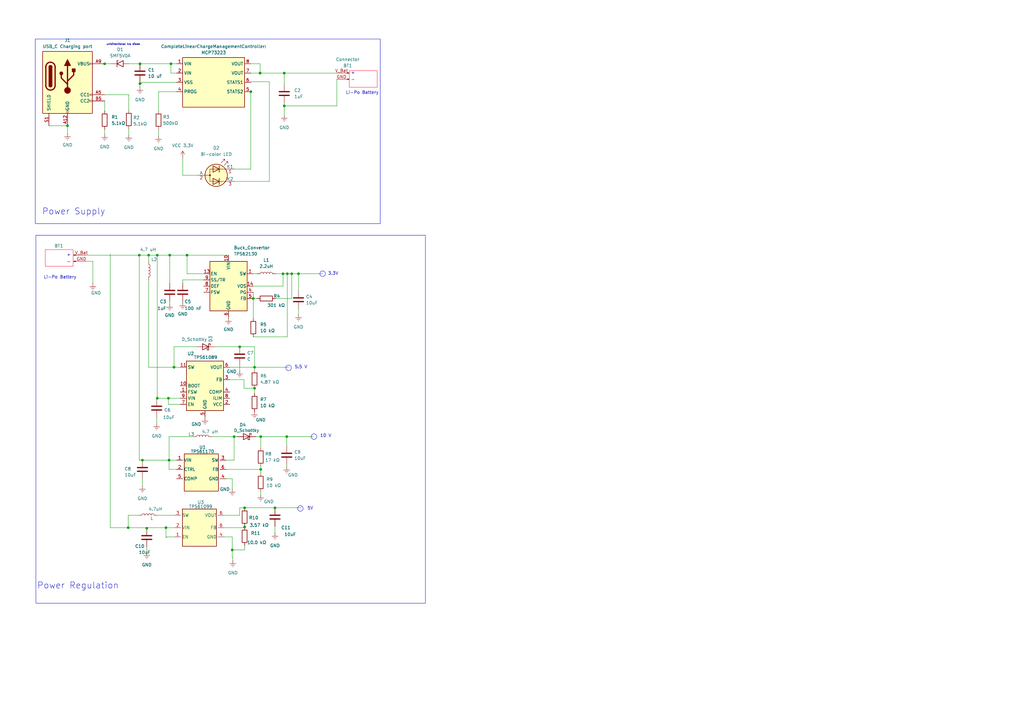
<source format=kicad_sch>
(kicad_sch (version 20250114) (generator "eeschema") (generator_version "9.0")
  (paper "A3")
  (title_block (title "Innovatest ") (date "07.11.2025"))
  (lib_symbols
    (symbol "Battery_Management:LGS5500EP"
      (property "Reference" "CompleteLinearChargeManagementController:" (at 0 14.732 0))
      (property "Value" "MCP73223" (at 0 12.192 0))
      (symbol "LGS5500EP_1_1"
        (rectangle (start -12.7 10.16) (end 12.7 -10.16) (stroke (width 0.254)) (fill (type background)))
        (pin power_in line (at -15.24 7.62 0) (length 2.54) (name "VIN") (number "1"))
        (pin power_in line (at -15.24 3.81 0) (length 2.54) (name "VIN") (number "2"))
        (pin power_in line (at -15.24 0 0) (length 2.54) (name "VSS") (number "3"))
        (pin passive line (at -15.24 -3.81 0) (length 2.54) (name "PROG") (number "4"))
        (pin no_connect line (at -12.7 -2.54 0) (length 2.54) (hide yes) (name "NC") (number "6"))
        (pin power_out line (at 15.24 7.62 180) (length 2.54) (name "VOUT") (number "8"))
        (pin power_out line (at 15.24 3.81 180) (length 2.54) (name "VOUT") (number "7"))
        (pin output line (at 15.24 0 180) (length 2.54) (name "STATS1") (number "6"))
        (pin output line (at 15.24 -3.81 180) (length 2.54) (name "STATS2") (number "5"))
      )
    )
    (symbol "Connector:Conn_01x02_Pin" (pin_names (offset 1.016) (hide yes))
      (property "Reference" "Connector" (at 0.635 5.588 0))
      (property "Value" "BT1" (at 0.635 3.048 0))
      (symbol "Conn_01x02_Pin_1_1"
        (rectangle (start 0.8636 0.127) (end 0 -0.127) (stroke (width 0.1524)) (fill (type outline)))
        (rectangle (start 0.8636 -2.413) (end 0 -2.667) (stroke (width 0.1524)) (fill (type outline)))
        (polyline (pts (xy 1.27 0) (xy 0.8636 0)) (stroke (width 0.1524)))
        (polyline (pts (xy 1.27 -2.54) (xy 0.8636 -2.54)) (stroke (width 0.1524)))
        (pin passive line (at 5.08 0 180) (length 3.81) (name "Pin_1") (number "V_Bat"))
        (pin passive line (at 5.08 -2.54 180) (length 3.81) (name "Pin_2") (number "GND"))
      )
    )
    (symbol "Connector:USB_C_Receptacle_PowerOnly_6P" (pin_names (offset 1.016))
      (property "Reference" "J" (at 0 16.51 0))
      (property "Value" "USB_C_Receptacle_PowerOnly_6P" (at 0 13.97 0))
      (symbol "USB_C_Receptacle_PowerOnly_6P_0_0"
        (rectangle (start -0.254 -12.7) (end 0.254 -11.684))
        (rectangle (start 10.16 7.874) (end 9.144 7.366))
        (rectangle (start 10.16 -4.826) (end 9.144 -5.334))
        (rectangle (start 10.16 -7.366) (end 9.144 -7.874))
      )
      (symbol "USB_C_Receptacle_PowerOnly_6P_0_1"
        (rectangle (start -10.16 12.7) (end 10.16 -12.7) (stroke (width 0.254)) (fill (type background)))
        (polyline (pts (xy -8.89 -1.27) (xy -8.89 6.35)) (stroke (width 0.508)))
        (rectangle (start -7.62 -1.27) (end -6.35 6.35) (stroke (width 0.254)) (fill (type outline)))
        (arc (start -7.62 6.35) (mid -6.985 6.9823) (end -6.35 6.35) (stroke (width 0.254)))
        (arc (start -7.62 6.35) (mid -6.985 6.9823) (end -6.35 6.35) (stroke (width 0.254)) (fill (type outline)))
        (arc (start -8.89 6.35) (mid -6.985 8.2467) (end -5.08 6.35) (stroke (width 0.508)))
        (arc (start -5.08 -1.27) (mid -6.985 -3.1667) (end -8.89 -1.27) (stroke (width 0.508)))
        (arc (start -6.35 -1.27) (mid -6.985 -1.9023) (end -7.62 -1.27) (stroke (width 0.254)))
        (arc (start -6.35 -1.27) (mid -6.985 -1.9023) (end -7.62 -1.27) (stroke (width 0.254)) (fill (type outline)))
        (polyline (pts (xy -5.08 6.35) (xy -5.08 -1.27)) (stroke (width 0.508)))
        (circle (center -2.54 3.683) (radius 0.635) (stroke (width 0.254)) (fill (type outline)))
        (polyline (pts (xy -1.27 6.858) (xy 0 9.398) (xy 1.27 6.858) (xy -1.27 6.858)) (stroke (width 0.254)) (fill (type outline)))
        (polyline (pts (xy 0 0.508) (xy 2.54 3.048) (xy 2.54 4.318)) (stroke (width 0.508)))
        (polyline (pts (xy 0 -0.762) (xy -2.54 1.778) (xy -2.54 3.048)) (stroke (width 0.508)))
        (polyline (pts (xy 0 -3.302) (xy 0 6.858)) (stroke (width 0.508)))
        (circle (center 0 -3.302) (radius 1.27) (fill (type outline)))
        (rectangle (start 1.905 4.318) (end 3.175 5.588) (stroke (width 0.254)) (fill (type outline)))
      )
      (symbol "USB_C_Receptacle_PowerOnly_6P_1_1"
        (pin passive line (at -7.62 -17.78 90) (length 5.08) (name "SHIELD") (number "S1"))
        (pin passive line (at 0 -17.78 90) (length 5.08) (name "GND") (number "A12"))
        (pin passive line (at 0 -17.78 90) (length 5.08) (hide yes) (name "GND") (number "B12"))
        (pin passive line (at 15.24 7.62 180) (length 5.08) (name "VBUS") (number "A9"))
        (pin passive line (at 15.24 7.62 180) (length 5.08) (hide yes) (name "VBUS") (number "B9"))
        (pin bidirectional line (at 15.24 -5.08 180) (length 5.08) (name "CC1") (number "A5"))
        (pin bidirectional line (at 15.24 -7.62 180) (length 5.08) (name "CC2") (number "B5"))
      )
    )
    (symbol "Device:C" (pin_numbers (hide yes)) (pin_names (offset 0.254))
      (property "Reference" "C" (at 0.635 2.54 0))
      (property "Value" "C" (at 0.635 -2.54 0))
      (symbol "C_0_1"
        (polyline (pts (xy -2.032 0.762) (xy 2.032 0.762)) (stroke (width 0.508)))
        (polyline (pts (xy -2.032 -0.762) (xy 2.032 -0.762)) (stroke (width 0.508)))
      )
      (symbol "C_1_1"
        (pin passive line (at 0 3.81 270) (length 2.794) (name "~") (number "1"))
        (pin passive line (at 0 -3.81 90) (length 2.794) (name "~") (number "2"))
      )
    )
    (symbol "Device:D_Schottky" (pin_numbers (hide yes)) (pin_names (offset 1.016) (hide yes))
      (property "Reference" "D" (at 0 2.54 0))
      (property "Value" "D_Schottky" (at 0 -2.54 0))
      (symbol "D_Schottky_0_1"
        (polyline (pts (xy -1.905 0.635) (xy -1.905 1.27) (xy -1.27 1.27) (xy -1.27 -1.27) (xy -0.635 -1.27) (xy -0.635 -0.635)) (stroke (width 0.254)))
        (polyline (pts (xy 1.27 1.27) (xy 1.27 -1.27) (xy -1.27 0) (xy 1.27 1.27)) (stroke (width 0.254)))
        (polyline (pts (xy 1.27 0) (xy -1.27 0)))
      )
      (symbol "D_Schottky_1_1"
        (pin passive line (at -3.81 0 0) (length 2.54) (name "K") (number "1"))
        (pin passive line (at 3.81 0 180) (length 2.54) (name "A") (number "2"))
      )
    )
    (symbol "Device:L" (pin_numbers (hide yes)) (pin_names (offset 1.016) (hide yes))
      (property "Reference" "L" (at -1.27 0 90))
      (property "Value" "L" (at 1.905 0 90))
      (symbol "L_0_1"
        (arc (start 0 2.54) (mid 0.6323 1.905) (end 0 1.27))
        (arc (start 0 1.27) (mid 0.6323 0.635) (end 0 0))
        (arc (start 0 0) (mid 0.6323 -0.635) (end 0 -1.27))
        (arc (start 0 -1.27) (mid 0.6323 -1.905) (end 0 -2.54))
      )
      (symbol "L_1_1"
        (pin passive line (at 0 3.81 270) (length 1.27) (name "1") (number "1"))
        (pin passive line (at 0 -3.81 90) (length 1.27) (name "2") (number "2"))
      )
    )
    (symbol "Device:LED_Dual_KAK" (pin_names (offset 0))
      (property "Reference" "D" (at 0 5.715 0))
      (property "Value" "LED_Dual_KAK" (at 0 -6.35 0))
      (symbol "LED_Dual_KAK_0_1"
        (polyline (pts (xy -4.572 0) (xy -2.54 0)))
        (circle (center -2.54 0) (radius 0.2794) (fill (type outline)))
        (polyline (pts (xy -1.27 3.81) (xy -1.27 1.27) (xy 1.27 2.54) (xy -1.27 3.81)) (stroke (width 0.254)))
        (polyline (pts (xy -1.27 -1.27) (xy -1.27 -3.81) (xy 1.27 -2.54) (xy -1.27 -1.27)) (stroke (width 0.254)))
        (circle (center 0 0) (radius 4.572) (stroke (width 0.254)) (fill (type background)))
        (polyline (pts (xy 1.27 3.81) (xy 1.27 1.27)) (stroke (width 0.254)))
        (polyline (pts (xy 1.27 -1.27) (xy 1.27 -3.81)) (stroke (width 0.254)))
        (polyline (pts (xy 2.032 5.08) (xy 3.556 6.604) (xy 2.794 6.604) (xy 3.556 6.604) (xy 3.556 5.842)))
        (polyline (pts (xy 2.032 2.54) (xy -2.54 2.54) (xy -2.54 -2.54) (xy 2.032 -2.54)))
        (polyline (pts (xy 3.302 4.064) (xy 4.826 5.588) (xy 4.064 5.588) (xy 4.826 5.588) (xy 4.826 4.826)))
        (polyline (pts (xy 3.81 2.54) (xy 1.905 2.54)))
        (polyline (pts (xy 3.81 -2.54) (xy 1.905 -2.54)))
      )
      (symbol "LED_Dual_KAK_1_1"
        (pin input line (at -7.62 0 0) (length 3.048) (name "A") (number "2"))
        (pin input line (at 7.62 2.54 180) (length 3.81) (name "K1") (number "1"))
        (pin input line (at 7.62 -2.54 180) (length 3.81) (name "K2") (number "3"))
      )
    )
    (symbol "Device:R" (pin_numbers (hide yes)) (pin_names (offset 0))
      (property "Reference" "R" (at 2.032 0 90))
      (property "Value" "R" (at 0 0 90))
      (symbol "R_0_1"
        (rectangle (start -1.016 -2.54) (end 1.016 2.54) (stroke (width 0.254)))
      )
      (symbol "R_1_1"
        (pin passive line (at 0 3.81 270) (length 1.27) (name "~") (number "1"))
        (pin passive line (at 0 -3.81 90) (length 1.27) (name "~") (number "2"))
      )
    )
    (symbol "Diode:SMF5V0A" (pin_numbers (hide yes)) (pin_names (offset 1.016) (hide yes))
      (property "Reference" "D" (at 0 2.54 0))
      (property "Value" "SMF5V0A" (at 0 -2.54 0))
      (symbol "SMF5V0A_0_1"
        (polyline (pts (xy -0.762 1.27) (xy -1.27 1.27) (xy -1.27 -1.27)) (stroke (width 0.254)))
        (polyline (pts (xy 1.27 1.27) (xy 1.27 -1.27) (xy -1.27 0) (xy 1.27 1.27)) (stroke (width 0.254)))
      )
      (symbol "SMF5V0A_1_1"
        (pin passive line (at -3.81 0 0) (length 2.54) (name "A1") (number "1"))
        (pin passive line (at 3.81 0 180) (length 2.54) (name "A2") (number "2"))
      )
    )
    (symbol "Driver_LED:TPS61165DBV"
      (property "Reference" "U1" (at 0 12.446 0))
      (property "Value" "TPS61170" (at 0 9.906 0))
      (symbol "TPS61165DBV_1_1"
        (rectangle (start -6.985 7.62) (end 6.985 -7.62) (stroke (width 0.254)) (fill (type background)))
        (pin power_in line (at -10.16 5.08 0) (length 2.54) (name "VIN") (number "1"))
        (pin input line (at -10.16 1.27 0) (length 2.54) (name "CTRL") (number "2"))
        (pin output line (at -10.16 -2.54 0) (length 2.54) (name "COMP") (number "5"))
        (pin power_out line (at 10.16 5.08 180) (length 2.54) (name "SW") (number "3"))
        (pin input line (at 10.16 1.27 180) (length 2.54) (name "FB") (number "6"))
        (pin power_in line (at 10.16 -2.54 180) (length 2.54) (name "GND") (number "4"))
      )
    )
    (symbol "Regulator_Switching:TPS61089"
      (property "Reference" "U" (at -6.35 11.43 0))
      (property "Value" "TPS61089" (at 6.35 11.43 0))
      (symbol "TPS61089_0_1"
        (rectangle (start -7.62 10.16) (end 7.62 -10.16) (stroke (width 0.254)) (fill (type background)))
      )
      (symbol "TPS61089_1_1"
        (pin input line (at -10.16 7.62 0) (length 2.54) (name "SW") (number "11"))
        (pin passive line (at -10.16 0 0) (length 2.54) (name "BOOT") (number "10"))
        (pin passive line (at -10.16 -2.54 0) (length 2.54) (name "FSW") (number "1"))
        (pin power_in line (at -10.16 -5.08 0) (length 2.54) (name "VIN") (number "9"))
        (pin input line (at -10.16 -7.62 0) (length 2.54) (name "EN") (number "7"))
        (pin power_in line (at 0 -12.7 90) (length 2.54) (name "GND") (number "5"))
        (pin power_out line (at 10.16 7.62 180) (length 2.54) (name "VOUT") (number "6"))
        (pin input line (at 10.16 2.54 180) (length 2.54) (name "FB") (number "3"))
        (pin passive line (at 10.16 -2.54 180) (length 2.54) (name "COMP") (number "4"))
        (pin passive line (at 10.16 -5.08 180) (length 2.54) (name "ILIM") (number "8"))
        (pin passive line (at 10.16 -7.62 180) (length 2.54) (name "VCC") (number "2"))
      )
    )
    (symbol "Regulator_Switching:TPS62130" (pin_names (offset 0.254))
      (property "Reference" "U" (at 3.81 13.97 0))
      (property "Value" "TPS62130" (at 3.81 11.43 0))
      (symbol "TPS62130_0_1"
        (rectangle (start -7.62 10.16) (end 7.62 -10.16) (stroke (width 0.254)) (fill (type background)))
      )
      (symbol "TPS62130_1_1"
        (pin input line (at -10.16 5.08 0) (length 2.54) (name "EN") (number "13"))
        (pin input line (at -10.16 2.54 0) (length 2.54) (name "SS/TR") (number "9"))
        (pin input line (at -10.16 0 0) (length 2.54) (name "DEF") (number "8"))
        (pin input line (at -10.16 -2.54 0) (length 2.54) (name "FSW") (number "7"))
        (pin power_in line (at 0 12.7 270) (length 2.54) (name "VIN") (number "10"))
        (pin passive line (at 0 12.7 270) (length 2.54) (hide yes) (name "VIN") (number "11"))
        (pin passive line (at 0 12.7 270) (length 2.54) (hide yes) (name "VIN") (number "12"))
        (pin passive line (at 0 -12.7 90) (length 2.54) (hide yes) (name "GND") (number "15"))
        (pin passive line (at 0 -12.7 90) (length 2.54) (hide yes) (name "GND") (number "16"))
        (pin passive line (at 0 -12.7 90) (length 2.54) (hide yes) (name "GND") (number "17"))
        (pin power_in line (at 0 -12.7 90) (length 2.54) (name "GND") (number "6"))
        (pin output line (at 10.16 5.08 180) (length 2.54) (name "SW") (number "1"))
        (pin passive line (at 10.16 5.08 180) (length 2.54) (hide yes) (name "SW") (number "2"))
        (pin passive line (at 10.16 5.08 180) (length 2.54) (hide yes) (name "SW") (number "3"))
        (pin input line (at 10.16 0 180) (length 2.54) (name "VOS") (number "14"))
        (pin open_collector line (at 10.16 -2.54 180) (length 2.54) (name "PG") (number "4"))
        (pin input line (at 10.16 -5.08 180) (length 2.54) (name "FB") (number "5"))
      )
    )
    (symbol "TPS61165DBV_1"
      (property "Reference" "U3" (at 0.508 10.414 0))
      (property "Value" "TPS61099" (at 0.508 8.636 0))
      (symbol "TPS61165DBV_1_1_1"
        (rectangle (start -6.985 7.62) (end 6.985 -7.62) (stroke (width 0.254)) (fill (type background)))
        (pin power_out line (at -10.16 5.08 0) (length 2.54) (name "SW") (number "3"))
        (pin power_in line (at -10.16 0 0) (length 2.54) (name "VIN") (number "2"))
        (pin input line (at -10.16 -3.81 0) (length 2.54) (name "EN") (number "1"))
        (pin power_out line (at 10.16 5.08 180) (length 2.54) (name "VOUT") (number "6"))
        (pin input line (at 10.16 0 180) (length 2.54) (name "FB") (number "6"))
        (pin power_in line (at 10.16 -3.81 180) (length 2.54) (name "GND") (number "4"))
      )
    )
    (symbol "power:GNDREF" (power) (pin_numbers (hide yes)) (pin_names (offset 0) (hide yes))
      (property "Value" "GNDREF" (at 0 -3.81 0))
      (symbol "GNDREF_0_1"
        (polyline (pts (xy -0.635 -1.905) (xy 0.635 -1.905)))
        (polyline (pts (xy -0.127 -2.54) (xy 0.127 -2.54)))
        (polyline (pts (xy 0 -1.27) (xy 0 0)))
        (polyline (pts (xy 1.27 -1.27) (xy -1.27 -1.27)))
      )
      (symbol "GNDREF_1_1"
        (pin power_in line (at 0 0 270) (length 0) (name "~") (number "1"))
      )
    )
    (symbol "power:VCC" (power) (pin_numbers (hide yes)) (pin_names (offset 0) (hide yes))
      (property "Value" "VCC" (at 0 3.556 0))
      (symbol "VCC_0_1"
        (polyline (pts (xy -0.762 1.27) (xy 0 2.54)))
        (polyline (pts (xy 0 2.54) (xy 0.762 1.27)))
        (polyline (pts (xy 0 0) (xy 0 2.54)))
      )
      (symbol "VCC_1_1"
        (pin power_in line (at 0 0 90) (length 0) (name "~") (number "1"))
      )
    )
  )
  (circle (center 118.364 150.876) (radius 1.1359))
  (rectangle (start 14.478 16.002) (end 155.956 91.694))
  (circle (center 132.334 112.268) (radius 1.1359))
  (rectangle (start 14.732 96.52) (end 174.498 247.396))
  (circle (center 123.19 208.534) (radius 1.1359))
  (circle (center 128.778 179.07) (radius 1.1359))
  (text "Li-Po Battery\n" (at 148.59 38.1 0) (effects (font (size 1.27 1.27))))
  (text "+" (at 28.194 104.648 0) (effects (font (size 1.27 1.27))))
  (text "Li-Po Battery\n" (at 24.638 113.792 0) (effects (font (size 1.27 1.27))))
  (text "Power Regulation" (at 32.004 240.284 0) (effects (font (size 2.54 2.54))))
  (text "5.5 V\n" (at 123.444 150.622 0) (effects (font (size 1.27 1.27))))
  (text "3.3V\n" (at 136.652 112.268 0) (effects (font (size 1.27 1.27))))
  (text "-" (at 28.194 107.442 0) (effects (font (size 1.27 1.27))))
  (text "Power Supply\n" (at 30.226 86.868 0) (effects (font (size 2.54 2.54))))
  (text "10 V\n" (at 133.604 178.816 0) (effects (font (size 1.27 1.27))))
  (text "unidirectional tvs diode" (at 50.546 18.288 0) (effects (font (size 0.762 0.762))))
  (text "-" (at 144.78 32.766 0) (effects (font (size 1.27 1.27))))
  (text "5V\n" (at 127.254 208.534 0) (effects (font (size 1.27 1.27))))
  (text "+" (at 144.78 29.972 0) (effects (font (size 1.27 1.27))))
  (text_box "" (at 18.542 102.362 0) (size 11.43 6.858) (margins 0.9525 0.9525 0.9525 0.9525) (stroke (width 0) (color 255 18 58 1)) (effects (font (size 1.27 1.27)) (justify left top)))
  (text_box "" (at 143.256 28.956 0) (size 11.43 6.858) (margins 0.9525 0.9525 0.9525 0.9525) (stroke (width 0) (color 255 18 58 1)) (effects (font (size 1.27 1.27)) (justify left top)))
  (junction (at 42.926 26.162))
  (junction (at 57.404 26.162))
  (junction (at 98.298 142.24))
  (junction (at 64.516 104.648))
  (junction (at 69.596 104.648))
  (junction (at 106.934 179.07))
  (junction (at 106.68 29.972))
  (junction (at 104.394 159.258))
  (junction (at 117.602 179.07))
  (junction (at 52.578 216.408))
  (junction (at 64.516 163.322))
  (junction (at 71.374 150.622))
  (junction (at 106.934 192.532))
  (junction (at 69.342 188.722))
  (junction (at 57.15 104.648))
  (junction (at 103.886 122.428))
  (junction (at 116.586 29.972))
  (junction (at 104.394 150.622))
  (junction (at 76.708 104.648))
  (junction (at 57.404 34.29))
  (junction (at 60.198 216.662))
  (junction (at 27.686 51.562))
  (junction (at 122.428 112.268))
  (junction (at 119.634 112.268))
  (junction (at 116.586 43.434))
  (junction (at 70.104 26.162))
  (junction (at 102.87 37.592))
  (junction (at 116.078 112.268))
  (junction (at 117.856 112.268))
  (junction (at 68.072 216.408))
  (junction (at 112.776 208.28))
  (junction (at 100.33 208.28))
  (junction (at 58.42 188.722))
  (junction (at 96.012 179.07))
  (junction (at 100.33 216.154))
  (junction (at 95.25 225.552))
  (junction (at 69.088 163.322))
  (junction (at 60.96 104.648))
  (wire (pts (xy 86.868 179.07) (xy 96.012 179.07)))
  (wire (pts (xy 71.374 150.622) (xy 73.914 150.622)))
  (wire (pts (xy 91.948 220.218) (xy 95.25 220.218)))
  (wire (pts (xy 71.374 142.24) (xy 80.518 142.24)))
  (wire (pts (xy 100.33 216.154) (xy 100.33 215.9)))
  (wire (pts (xy 60.96 104.648) (xy 60.96 107.188)))
  (wire (pts (xy 96.012 179.07) (xy 97.282 179.07)))
  (wire (pts (xy 42.926 41.402) (xy 42.926 45.466)))
  (wire (pts (xy 95.25 228.6) (xy 95.25 225.552)))
  (wire (pts (xy 138.176 43.434) (xy 116.586 43.434)))
  (wire (pts (xy 68.072 216.408) (xy 71.628 216.408)))
  (wire (pts (xy 52.832 52.832) (xy 52.832 55.372)))
  (wire (pts (xy 64.262 163.322) (xy 64.516 163.322)))
  (wire (pts (xy 116.586 42.164) (xy 116.586 43.434)))
  (wire (pts (xy 106.934 191.262) (xy 106.934 192.532)))
  (wire (pts (xy 122.428 119.126) (xy 122.428 112.268)))
  (wire (pts (xy 104.394 150.622) (xy 104.394 151.638)))
  (wire (pts (xy 132.334 112.268) (xy 122.428 112.268)))
  (wire (pts (xy 102.87 33.528) (xy 110.49 33.528)))
  (wire (pts (xy 64.516 211.328) (xy 71.628 211.328)))
  (wire (pts (xy 64.516 163.322) (xy 69.088 163.322)))
  (wire (pts (xy 60.96 150.622) (xy 71.374 150.622)))
  (wire (pts (xy 96.012 179.07) (xy 96.012 188.722)))
  (wire (pts (xy 45.212 216.408) (xy 52.578 216.408)))
  (wire (pts (xy 95.504 229.87) (xy 95.504 228.6)))
  (wire (pts (xy 104.394 159.258) (xy 104.394 161.29)))
  (wire (pts (xy 68.072 216.408) (xy 68.072 220.472)))
  (wire (pts (xy 64.262 163.576) (xy 64.262 163.322)))
  (wire (pts (xy 138.176 32.512) (xy 138.176 43.434)))
  (wire (pts (xy 117.602 179.07) (xy 117.602 182.88)))
  (wire (pts (xy 100.33 223.774) (xy 100.33 225.552)))
  (wire (pts (xy 52.578 211.328) (xy 52.578 216.408)))
  (wire (pts (xy 106.68 29.972) (xy 116.586 29.972)))
  (wire (pts (xy 113.03 112.268) (xy 116.078 112.268)))
  (wire (pts (xy 20.066 51.562) (xy 27.686 51.562)))
  (wire (pts (xy 57.404 25.908) (xy 57.404 26.162)))
  (wire (pts (xy 103.886 112.268) (xy 105.41 112.268)))
  (wire (pts (xy 116.586 43.434) (xy 116.586 47.244)))
  (wire (pts (xy 116.586 29.972) (xy 116.586 34.544)))
  (wire (pts (xy 69.342 179.07) (xy 79.248 179.07)))
  (wire (pts (xy 104.394 159.258) (xy 100.076 159.258)))
  (wire (pts (xy 106.934 202.946) (xy 106.934 201.676)))
  (wire (pts (xy 38.1 107.188) (xy 38.1 116.332)))
  (wire (pts (xy 60.198 216.662) (xy 60.452 216.662)))
  (wire (pts (xy 42.926 53.086) (xy 42.926 55.118)))
  (wire (pts (xy 42.926 38.862) (xy 52.832 38.862)))
  (wire (pts (xy 60.452 216.408) (xy 68.072 216.408)))
  (wire (pts (xy 104.902 179.07) (xy 106.934 179.07)))
  (wire (pts (xy 116.078 112.268) (xy 117.856 112.268)))
  (wire (pts (xy 102.87 37.338) (xy 102.87 37.592)))
  (wire (pts (xy 71.374 142.24) (xy 71.374 150.622)))
  (wire (pts (xy 69.088 163.322) (xy 73.914 163.322)))
  (wire (pts (xy 100.076 159.258) (xy 100.076 155.702)))
  (wire (pts (xy 104.394 150.622) (xy 118.364 150.622)))
  (wire (pts (xy 72.39 37.592) (xy 65.024 37.592)))
  (wire (pts (xy 60.198 216.408) (xy 60.198 216.662)))
  (wire (pts (xy 98.298 149.86) (xy 98.298 152.146)))
  (wire (pts (xy 103.886 119.888) (xy 103.886 122.428)))
  (wire (pts (xy 116.586 29.972) (xy 138.176 29.972)))
  (wire (pts (xy 52.578 216.408) (xy 60.198 216.408)))
  (wire (pts (xy 84.074 170.942) (xy 84.074 171.45)))
  (wire (pts (xy 70.104 26.162) (xy 72.39 26.162)))
  (wire (pts (xy 69.342 192.532) (xy 72.39 192.532)))
  (wire (pts (xy 106.934 192.532) (xy 106.934 194.056)))
  (wire (pts (xy 113.03 122.428) (xy 119.634 122.428)))
  (wire (pts (xy 119.634 112.268) (xy 119.634 122.428)))
  (wire (pts (xy 69.342 188.722) (xy 69.342 179.07)))
  (wire (pts (xy 117.856 112.268) (xy 117.856 138.176)))
  (wire (pts (xy 69.342 188.722) (xy 72.39 188.722)))
  (wire (pts (xy 104.394 142.24) (xy 104.394 150.622)))
  (wire (pts (xy 69.596 123.698) (xy 69.596 124.714)))
  (wire (pts (xy 64.516 104.648) (xy 64.516 163.322)))
  (wire (pts (xy 119.634 112.268) (xy 122.428 112.268)))
  (wire (pts (xy 72.39 33.782) (xy 58.166 33.782)))
  (wire (pts (xy 74.93 114.808) (xy 74.93 116.078)))
  (wire (pts (xy 60.452 216.662) (xy 60.452 216.408)))
  (wire (pts (xy 52.578 211.328) (xy 56.896 211.328)))
  (wire (pts (xy 106.68 26.162) (xy 106.68 29.972)))
  (wire (pts (xy 102.87 26.162) (xy 106.68 26.162)))
  (wire (pts (xy 57.404 26.162) (xy 57.404 26.67)))
  (wire (pts (xy 91.948 216.408) (xy 100.33 216.408)))
  (wire (pts (xy 117.602 179.07) (xy 128.524 179.07)))
  (wire (pts (xy 58.42 199.39) (xy 58.42 196.342)))
  (wire (pts (xy 64.516 104.648) (xy 69.596 104.648)))
  (wire (pts (xy 74.93 114.808) (xy 83.566 114.808)))
  (wire (pts (xy 57.404 26.162) (xy 70.104 26.162)))
  (wire (pts (xy 42.926 26.162) (xy 45.466 26.162)))
  (wire (pts (xy 68.326 220.218) (xy 71.628 220.218)))
  (wire (pts (xy 65.024 53.086) (xy 65.024 55.88)))
  (wire (pts (xy 69.596 104.648) (xy 69.596 116.078)))
  (wire (pts (xy 106.934 179.07) (xy 106.934 183.642)))
  (wire (pts (xy 52.832 38.862) (xy 52.832 45.212)))
  (wire (pts (xy 116.078 117.348) (xy 103.886 117.348)))
  (wire (pts (xy 76.708 104.648) (xy 93.726 104.648)))
  (wire (pts (xy 42.672 26.162) (xy 42.926 26.162)))
  (wire (pts (xy 95.25 225.552) (xy 100.33 225.552)))
  (wire (pts (xy 69.088 165.862) (xy 69.088 163.322)))
  (wire (pts (xy 45.212 104.14) (xy 45.212 216.408)))
  (wire (pts (xy 91.948 211.328) (xy 98.298 211.328)))
  (wire (pts (xy 35.306 104.648) (xy 57.15 104.648)))
  (wire (pts (xy 58.166 33.782) (xy 58.166 34.29)))
  (wire (pts (xy 68.326 220.472) (xy 68.326 220.218)))
  (wire (pts (xy 69.596 104.648) (xy 76.708 104.648)))
  (wire (pts (xy 100.33 216.408) (xy 100.33 216.154)))
  (wire (pts (xy 103.886 138.176) (xy 117.856 138.176)))
  (wire (pts (xy 98.298 208.28) (xy 100.33 208.28)))
  (wire (pts (xy 117.856 112.268) (xy 119.634 112.268)))
  (wire (pts (xy 88.138 142.24) (xy 98.298 142.24)))
  (wire (pts (xy 60.96 104.648) (xy 64.516 104.648)))
  (wire (pts (xy 70.104 29.972) (xy 70.104 26.162)))
  (wire (pts (xy 65.024 37.592) (xy 65.024 45.466)))
  (wire (pts (xy 93.726 130.048) (xy 93.726 130.556)))
  (wire (pts (xy 60.198 224.282) (xy 60.198 226.568)))
  (wire (pts (xy 68.072 220.472) (xy 68.326 220.472)))
  (wire (pts (xy 100.33 208.28) (xy 112.776 208.28)))
  (wire (pts (xy 110.49 33.528) (xy 110.49 74.422)))
  (wire (pts (xy 60.96 114.808) (xy 60.96 150.622)))
  (wire (pts (xy 57.404 34.29) (xy 57.404 35.814)))
  (wire (pts (xy 57.15 188.722) (xy 58.42 188.722)))
  (wire (pts (xy 92.71 196.342) (xy 95.25 196.342)))
  (wire (pts (xy 100.076 155.702) (xy 94.234 155.702)))
  (wire (pts (xy 53.086 26.162) (xy 57.404 26.162)))
  (wire (pts (xy 96.266 69.342) (xy 102.87 69.342)))
  (wire (pts (xy 57.15 104.648) (xy 60.96 104.648)))
  (wire (pts (xy 38.1 107.188) (xy 35.306 107.188)))
  (wire (pts (xy 96.012 188.722) (xy 92.71 188.722)))
  (wire (pts (xy 95.25 220.218) (xy 95.25 225.552)))
  (wire (pts (xy 102.87 29.972) (xy 106.68 29.972)))
  (wire (pts (xy 69.088 165.862) (xy 73.914 165.862)))
  (wire (pts (xy 102.87 37.592) (xy 102.87 69.342)))
  (wire (pts (xy 76.708 112.268) (xy 83.566 112.268)))
  (wire (pts (xy 122.428 126.746) (xy 122.428 129.032)))
  (wire (pts (xy 95.25 196.342) (xy 95.25 200.66)))
  (wire (pts (xy 112.776 208.28) (xy 123.444 208.28)))
  (wire (pts (xy 57.15 104.648) (xy 57.15 188.722)))
  (wire (pts (xy 95.504 228.6) (xy 95.25 228.6)))
  (wire (pts (xy 98.298 211.328) (xy 98.298 208.28)))
  (wire (pts (xy 70.104 29.972) (xy 72.39 29.972)))
  (wire (pts (xy 103.886 122.428) (xy 105.41 122.428)))
  (wire (pts (xy 74.93 71.882) (xy 81.026 71.882)))
  (wire (pts (xy 58.166 34.29) (xy 57.404 34.29)))
  (wire (pts (xy 57.404 33.782) (xy 57.404 34.29)))
  (wire (pts (xy 116.078 112.268) (xy 116.078 117.348)))
  (wire (pts (xy 74.93 64.516) (xy 74.93 71.882)))
  (wire (pts (xy 64.262 171.196) (xy 64.262 173.736)))
  (wire (pts (xy 98.298 142.24) (xy 104.394 142.24)))
  (wire (pts (xy 69.342 188.722) (xy 69.342 192.532)))
  (wire (pts (xy 76.708 104.648) (xy 76.708 112.268)))
  (wire (pts (xy 58.42 188.722) (xy 69.342 188.722)))
  (wire (pts (xy 103.886 122.428) (xy 103.886 130.556)))
  (wire (pts (xy 27.686 51.562) (xy 27.686 54.864)))
  (wire (pts (xy 74.93 123.698) (xy 74.93 124.206)))
  (wire (pts (xy 94.234 150.622) (xy 104.394 150.622)))
  (wire (pts (xy 96.266 74.422) (xy 110.49 74.422)))
  (wire (pts (xy 106.934 179.07) (xy 117.602 179.07)))
  (wire (pts (xy 117.602 191.516) (xy 117.602 190.5)))
  (wire (pts (xy 92.71 192.532) (xy 106.934 192.532)))
  (wire (pts (xy 112.776 215.9) (xy 112.776 218.694)))
  (symbol (lib_id "Device:C") (at 60.198 220.472 0) (unit 1)
    (property "Reference" "C10" (at 55.372 224.028 0) (effects (justify left)))
    (property "Value" "10uF" (at 56.896 226.568 0) (effects (justify left)))
    (property "Description" "Unpolarized capacitor" (effects (hide yes)))
  )
  (symbol (lib_name "TPS61165DBV_1") (lib_id "Driver_LED:TPS61165DBV") (at 81.788 216.408 0) (unit 1)
    (property "Reference" "U3" (at 82.296 205.994 0))
    (property "Value" "TPS61099" (at 82.296 207.772 0))
    (property "Footprint" "Package_TO_SOT_SMD:SOT-23-6" (effects (hide yes)))
    (property "Datasheet" "https://www.ti.com/lit/ds/symlink/tps61165.pdf" (effects (hide yes)))
    (property "Description" "High-Brightness, White LED Driver, 3V to 18V input voltage range, internal switch, constant current, up to 38V/1.2A output, SOT-23-6" (effects (hide yes)))
  )
  (symbol (lib_id "power:GNDREF") (at 104.394 168.91 0) (unit 1)
    (property "Reference" "#PWR016" (effects (hide yes)))
    (property "Value" "GND" (at 106.934 172.212 0))
    (property "Description" "Power symbol creates a global label with name \"GNDREF\" , reference supply ground" (effects (hide yes)))
  )
  (symbol (lib_id "power:GNDREF") (at 52.832 55.372 0) (unit 1)
    (property "Reference" "#PWR04" (effects (hide yes)))
    (property "Value" "GND" (at 52.832 60.452 0))
    (property "Description" "Power symbol creates a global label with name \"GNDREF\" , reference supply ground" (effects (hide yes)))
  )
  (symbol (lib_id "Device:R") (at 100.33 212.09 0) (unit 1)
    (property "Reference" "R10" (at 102.108 212.344 0) (effects (justify left)))
    (property "Value" "3.57 kΩ" (at 102.362 215.392 0) (effects (justify left)))
    (property "Description" "Resistor" (effects (hide yes)))
  )
  (symbol (lib_id "power:GNDREF") (at 27.686 54.864 0) (unit 1)
    (property "Reference" "#PWR02" (effects (hide yes)))
    (property "Value" "GND" (at 27.686 59.436 0))
    (property "Description" "Power symbol creates a global label with name \"GNDREF\" , reference supply ground" (effects (hide yes)))
  )
  (symbol (lib_id "Device:D_Schottky") (at 101.092 179.07 0) (mirror y) (unit 1)
    (property "Reference" "D4" (at 99.568 174.244 0))
    (property "Value" "D_Schottky" (at 101.092 176.53 0))
    (property "Description" "Schottky diode" (effects (hide yes)))
  )
  (symbol (lib_id "power:GNDREF") (at 117.602 191.516 0) (unit 1)
    (property "Reference" "#PWR020" (effects (hide yes)))
    (property "Value" "GND" (at 120.142 194.818 0))
    (property "Description" "Power symbol creates a global label with name \"GNDREF\" , reference supply ground" (effects (hide yes)))
  )
  (symbol (lib_id "Device:C") (at 69.596 119.888 0) (unit 1)
    (property "Reference" "C3" (at 65.532 123.698 0) (effects (justify left)))
    (property "Value" "1uF" (at 64.516 126.492 0) (effects (justify left)))
    (property "Description" "Unpolarized capacitor" (effects (hide yes)))
  )
  (symbol (lib_id "power:GNDREF") (at 64.262 173.736 0) (unit 1)
    (property "Reference" "#PWR013" (effects (hide yes)))
    (property "Value" "GND" (at 64.262 178.816 0))
    (property "Description" "Power symbol creates a global label with name \"GNDREF\" , reference supply ground" (effects (hide yes)))
  )
  (symbol (lib_id "Device:LED_Dual_KAK") (at 88.646 71.882 0) (unit 1)
    (property "Reference" "D2" (at 88.7095 60.706 0))
    (property "Value" "Bi-color LED" (at 88.7095 63.246 0))
    (property "Description" "Dual LED, common anode on pin 2" (effects (hide yes)))
  )
  (symbol (lib_id "Battery_Management:LGS5500EP") (at 87.63 33.782 0) (unit 1)
    (property "Reference" "CompleteLinearChargeManagementController:" (at 87.63 19.05 0))
    (property "Value" "MCP73223" (at 87.63 21.59 0))
    (property "Footprint" "Package_SO:SOIC-8-1EP_3.9x4.9mm_P1.27mm_EP2.41x3.3mm" (effects (hide yes)))
    (property "Datasheet" "https://www.lcsc.com/datasheet/lcsc_datasheet_2304071430_Legend-Si-LGS5500EP_C5280699.pdf" (effects (hide yes)))
    (property "Description" "LiPo charger and 5V boost converter, 4.5-5.5V input, 4.2-4.4V battery, 400-1000mA charge current, 800mA boost output, SOIC-8-1EP" (effects (hide yes)))
  )
  (symbol (lib_id "Device:L") (at 60.96 110.998 0) (unit 1)
    (property "Reference" "L2" (at 61.976 106.426 0) (effects (justify left)))
    (property "Value" "4.7 uH" (at 57.404 102.362 0) (effects (justify left)))
    (property "Description" "Inductor" (effects (hide yes)))
  )
  (symbol (lib_id "Regulator_Switching:TPS61089") (at 84.074 158.242 0) (unit 1)
    (property "Reference" "U2" (at 78.232 145.034 0))
    (property "Value" "TPS61089" (at 84.328 146.558 0))
    (property "Footprint" "Package_DFN_QFN:Texas_VQFN-RNR0011A-11" (effects (hide yes)))
    (property "Datasheet" "http://www.ti.com/lit/ds/symlink/tps61089.pdf" (effects (hide yes)))
    (property "Description" "7A Boost Converters, Adjustable output voltage (PFM), input 2.7 to 12V , output 4.5 to 12.6V, VQFN-11" (effects (hide yes)))
  )
  (symbol (lib_id "Device:R") (at 103.886 134.366 0) (unit 1)
    (property "Reference" "R5" (at 106.68 133.0959 0) (effects (justify left)))
    (property "Value" "10 kΩ" (at 106.68 135.6359 0) (effects (justify left)))
    (property "Description" "Resistor" (effects (hide yes)))
  )
  (symbol (lib_id "power:GNDREF") (at 116.586 47.244 0) (unit 1)
    (property "Reference" "#PWR05" (effects (hide yes)))
    (property "Value" "GND" (at 116.586 52.324 0))
    (property "Description" "Power symbol creates a global label with name \"GNDREF\" , reference supply ground" (effects (hide yes)))
  )
  (symbol (lib_id "power:GNDREF") (at 95.25 200.66 0) (unit 1)
    (property "Reference" "#PWR019" (effects (hide yes)))
    (property "Value" "GND" (at 92.202 200.66 0))
    (property "Description" "Power symbol creates a global label with name \"GNDREF\" , reference supply ground" (effects (hide yes)))
  )
  (symbol (lib_id "power:GNDREF") (at 58.42 199.39 0) (unit 1)
    (property "Reference" "#PWR017" (effects (hide yes)))
    (property "Value" "GND" (at 58.42 204.47 0))
    (property "Description" "Power symbol creates a global label with name \"GNDREF\" , reference supply ground" (effects (hide yes)))
  )
  (symbol (lib_id "Diode:SMF5V0A") (at 49.276 26.162 0) (unit 1)
    (property "Reference" "D1" (at 49.276 20.32 0))
    (property "Value" "SMF5V0A" (at 49.276 22.86 0))
    (property "Footprint" "Diode_SMD:D_SMF" (effects (hide yes)))
    (property "Datasheet" "https://www.vishay.com/doc?85881" (effects (hide yes)))
    (property "Description" "200W unidirectional Transil Transient Voltage Suppressor, 5Vrwm, SMF" (effects (hide yes)))
  )
  (symbol (lib_id "power:GNDREF") (at 106.934 202.946 0) (unit 1)
    (property "Reference" "#PWR018" (effects (hide yes)))
    (property "Value" "GND" (at 110.236 205.74 0))
    (property "Description" "Power symbol creates a global label with name \"GNDREF\" , reference supply ground" (effects (hide yes)))
  )
  (symbol (lib_id "power:GNDREF") (at 84.074 171.45 0) (unit 1)
    (property "Reference" "#PWR014" (effects (hide yes)))
    (property "Value" "GND" (at 80.518 173.99 0))
    (property "Description" "Power symbol creates a global label with name \"GNDREF\" , reference supply ground" (effects (hide yes)))
  )
  (symbol (lib_id "power:GNDREF") (at 95.504 229.87 0) (unit 1)
    (property "Reference" "#PWR022" (effects (hide yes)))
    (property "Value" "GND" (at 95.504 234.95 0))
    (property "Description" "Power symbol creates a global label with name \"GNDREF\" , reference supply ground" (effects (hide yes)))
  )
  (symbol (lib_id "Device:C") (at 57.404 29.972 0) (unit 1)
    (property "Reference" "C1" (at 60.706 28.7019 0) (effects (justify left)))
    (property "Value" "10 uF" (at 60.706 31.2419 0) (effects (justify left)))
    (property "Description" "Unpolarized capacitor" (effects (hide yes)))
  )
  (symbol (lib_id "power:GNDREF") (at 74.93 124.206 0) (unit 1)
    (property "Reference" "#PWR012" (effects (hide yes)))
    (property "Value" "GND" (at 74.93 128.778 0))
    (property "Description" "Power symbol creates a global label with name \"GNDREF\" , reference supply ground" (effects (hide yes)))
  )
  (symbol (lib_id "Device:C") (at 98.298 146.05 0) (unit 1)
    (property "Reference" "C7" (at 101.346 144.7799 0) (effects (justify left)))
    (property "Value" "C" (at 101.346 147.3199 0) (effects (justify left)))
    (property "Description" "Unpolarized capacitor" (effects (hide yes)))
  )
  (symbol (lib_id "power:GNDREF") (at 122.428 129.032 0) (unit 1)
    (property "Reference" "#PWR011" (effects (hide yes)))
    (property "Value" "GND" (at 122.428 134.112 0))
    (property "Description" "Power symbol creates a global label with name \"GNDREF\" , reference supply ground" (effects (hide yes)))
  )
  (symbol (lib_id "power:GNDREF") (at 38.1 116.332 0) (unit 1)
    (property "Reference" "#PWR08" (effects (hide yes)))
    (property "Value" "GND" (at 39.37 120.142 0))
    (property "Description" "Power symbol creates a global label with name \"GNDREF\" , reference supply ground" (effects (hide yes)))
  )
  (symbol (lib_id "Device:L") (at 109.22 112.268 90) (unit 1)
    (property "Reference" "L1" (at 109.22 106.68 90))
    (property "Value" "2.2uH" (at 109.22 109.22 90))
    (property "Description" "Inductor" (effects (hide yes)))
  )
  (symbol (lib_id "power:GNDREF") (at 69.596 124.714 0) (unit 1)
    (property "Reference" "#PWR09" (effects (hide yes)))
    (property "Value" "GND" (at 69.596 129.286 0))
    (property "Description" "Power symbol creates a global label with name \"GNDREF\" , reference supply ground" (effects (hide yes)))
  )
  (symbol (lib_id "Device:R") (at 65.024 49.276 0) (unit 1)
    (property "Reference" "R3" (at 66.802 48.0059 0) (effects (justify left)))
    (property "Value" "500kΩ" (at 66.802 50.5459 0) (effects (justify left)))
    (property "Description" "Resistor" (effects (hide yes)))
  )
  (symbol (lib_id "Device:C") (at 74.93 119.888 0) (unit 1)
    (property "Reference" "C5" (at 75.692 123.698 0) (effects (justify left)))
    (property "Value" "100 nF" (at 75.692 126.492 0) (effects (justify left)))
    (property "Description" "Unpolarized capacitor" (effects (hide yes)))
  )
  (symbol (lib_id "Device:R") (at 42.926 49.276 0) (unit 1)
    (property "Reference" "R1" (at 45.72 48.0059 0) (effects (justify left)))
    (property "Value" "5.1kΩ" (at 45.72 50.5459 0) (effects (justify left)))
    (property "Description" "Resistor" (effects (hide yes)))
  )
  (symbol (lib_id "Connector:USB_C_Receptacle_PowerOnly_6P") (at 27.686 33.782 0) (unit 1)
    (property "Reference" "J1" (at 27.686 16.51 0))
    (property "Value" "USB_C Charging port" (at 27.686 19.05 0))
    (property "Datasheet" "https://www.usb.org/sites/default/files/documents/usb_type-c.zip" (effects (hide yes)))
    (property "Description" "USB Power-Only 6P Type-C Receptacle connector" (effects (hide yes)))
  )
  (symbol (lib_id "power:VCC") (at 74.93 64.516 0) (unit 1)
    (property "Reference" "#PWR07" (effects (hide yes)))
    (property "Value" "VCC 3.3V" (at 74.93 59.69 0))
    (property "Description" "Power symbol creates a global label with name \"VCC\"" (effects (hide yes)))
  )
  (symbol (lib_id "Device:R") (at 52.832 49.022 0) (unit 1)
    (property "Reference" "R2" (at 54.61 48.26 0) (effects (justify left)))
    (property "Value" "5.1kΩ" (at 54.61 50.8 0) (effects (justify left)))
    (property "Description" "Resistor" (effects (hide yes)))
  )
  (symbol (lib_id "Device:C") (at 117.602 186.69 0) (unit 1)
    (property "Reference" "C9" (at 120.65 185.4199 0) (effects (justify left)))
    (property "Value" "10uF" (at 120.65 187.9599 0) (effects (justify left)))
    (property "Description" "Unpolarized capacitor" (effects (hide yes)))
  )
  (symbol (lib_id "Device:L") (at 60.706 211.328 90) (unit 1)
    (property "Reference" "4.7uH" (at 63.754 208.788 90))
    (property "Value" "L" (at 62.23 212.598 90))
    (property "Description" "Inductor" (effects (hide yes)))
  )
  (symbol (lib_id "Connector:Conn_01x02_Pin") (at 30.226 104.648 0) (unit 1)
    (property "Reference" "Connector1" (effects (hide yes)))
    (property "Value" "BT1" (at 24.13 100.838 0))
    (property "Description" "Generic connector, single row, 01x02, script generated" (effects (hide yes)))
  )
  (symbol (lib_id "Device:R") (at 104.394 165.1 0) (unit 1)
    (property "Reference" "R7" (at 106.68 163.8299 0) (effects (justify left)))
    (property "Value" "10 kΩ" (at 106.68 166.3699 0) (effects (justify left)))
    (property "Description" "Resistor" (effects (hide yes)))
  )
  (symbol (lib_id "power:GNDREF") (at 42.926 55.118 0) (unit 1)
    (property "Reference" "#PWR03" (effects (hide yes)))
    (property "Value" "GND" (at 42.926 60.198 0))
    (property "Description" "Power symbol creates a global label with name \"GNDREF\" , reference supply ground" (effects (hide yes)))
  )
  (symbol (lib_id "Device:C") (at 64.262 167.386 0) (unit 1)
    (property "Reference" "C6" (at 67.31 168.148 0) (effects (justify left)))
    (property "Value" "10uF" (at 66.802 171.196 0) (effects (justify left)))
    (property "Description" "Unpolarized capacitor" (effects (hide yes)))
  )
  (symbol (lib_id "power:GNDREF") (at 93.726 130.556 0) (unit 1)
    (property "Reference" "#PWR010" (effects (hide yes)))
    (property "Value" "GND" (at 93.726 135.128 0))
    (property "Description" "Power symbol creates a global label with name \"GNDREF\" , reference supply ground" (effects (hide yes)))
  )
  (symbol (lib_id "power:GNDREF") (at 60.198 226.568 0) (unit 1)
    (property "Reference" "#PWR021" (effects (hide yes)))
    (property "Value" "GND" (at 60.198 231.648 0))
    (property "Description" "Power symbol creates a global label with name \"GNDREF\" , reference supply ground" (effects (hide yes)))
  )
  (symbol (lib_id "Device:R") (at 100.33 219.964 0) (unit 1)
    (property "Reference" "R11" (at 102.87 218.6939 0) (effects (justify left)))
    (property "Value" "10.0 kΩ" (at 101.346 222.504 0) (effects (justify left)))
    (property "Description" "Resistor" (effects (hide yes)))
  )
  (symbol (lib_id "Device:R") (at 109.22 122.428 90) (unit 1)
    (property "Reference" "R4" (at 113.538 121.412 90))
    (property "Value" "301 kΩ" (at 113.284 125.222 90))
    (property "Description" "Resistor" (effects (hide yes)))
  )
  (symbol (lib_id "Device:C") (at 116.586 38.354 0) (unit 1)
    (property "Reference" "C2" (at 120.65 37.0839 0) (effects (justify left)))
    (property "Value" "1uF" (at 120.65 39.6239 0) (effects (justify left)))
    (property "Description" "Unpolarized capacitor" (effects (hide yes)))
  )
  (symbol (lib_id "Device:C") (at 122.428 122.936 0) (unit 1)
    (property "Reference" "C4" (at 125.476 121.6659 0) (effects (justify left)))
    (property "Value" "10uF" (at 125.476 124.2059 0) (effects (justify left)))
    (property "Description" "Unpolarized capacitor" (effects (hide yes)))
  )
  (symbol (lib_id "power:GNDREF") (at 57.404 35.814 0) (unit 1)
    (property "Reference" "#PWR01" (effects (hide yes)))
    (property "Value" "GND" (at 57.404 40.894 0))
    (property "Description" "Power symbol creates a global label with name \"GNDREF\" , reference supply ground" (effects (hide yes)))
  )
  (symbol (lib_id "power:GNDREF") (at 112.776 218.694 0) (unit 1)
    (property "Reference" "#PWR023" (effects (hide yes)))
    (property "Value" "GND" (at 112.776 223.774 0))
    (property "Description" "Power symbol creates a global label with name \"GNDREF\" , reference supply ground" (effects (hide yes)))
  )
  (symbol (lib_id "Driver_LED:TPS61165DBV") (at 82.55 193.802 0) (unit 1)
    (property "Reference" "U1" (at 83.058 183.388 0))
    (property "Value" "TPS61170" (at 83.058 185.166 0))
    (property "Footprint" "Package_TO_SOT_SMD:SOT-23-6" (effects (hide yes)))
    (property "Datasheet" "https://www.ti.com/lit/ds/symlink/tps61165.pdf" (effects (hide yes)))
    (property "Description" "High-Brightness, White LED Driver, 3V to 18V input voltage range, internal switch, constant current, up to 38V/1.2A output, SOT-23-6" (effects (hide yes)))
  )
  (symbol (lib_id "Device:R") (at 106.934 197.866 0) (unit 1)
    (property "Reference" "R9" (at 109.22 196.5959 0) (effects (justify left)))
    (property "Value" "10 kΩ" (at 109.22 199.1359 0) (effects (justify left)))
    (property "Description" "Resistor" (effects (hide yes)))
  )
  (symbol (lib_id "Device:L") (at 83.058 179.07 270) (mirror x) (unit 1)
    (property "Reference" "L3" (at 78.486 178.054 90))
    (property "Value" "4.7 uH" (at 86.106 177.038 90))
    (property "Description" "Inductor" (effects (hide yes)))
  )
  (symbol (lib_id "Device:C") (at 112.776 212.09 0) (unit 1)
    (property "Reference" "C11" (at 115.316 216.408 0) (effects (justify left)))
    (property "Value" "10uF" (at 116.586 219.202 0) (effects (justify left)))
    (property "Description" "Unpolarized capacitor" (effects (hide yes)))
  )
  (symbol (lib_id "power:GNDREF") (at 98.298 152.146 0) (unit 1)
    (property "Reference" "#PWR015" (effects (hide yes)))
    (property "Value" "GND" (at 94.996 152.4 0))
    (property "Description" "Power symbol creates a global label with name \"GNDREF\" , reference supply ground" (effects (hide yes)))
  )
  (symbol (lib_id "Device:R") (at 106.934 187.452 0) (unit 1)
    (property "Reference" "R8" (at 108.712 186.1819 0) (effects (justify left)))
    (property "Value" "17 kΩ" (at 108.712 188.7219 0) (effects (justify left)))
    (property "Description" "Resistor" (effects (hide yes)))
  )
  (symbol (lib_id "Device:D_Schottky") (at 84.328 142.24 0) (mirror y) (unit 1)
    (property "Reference" "D3" (at 86.36 137.668 90) (effects (justify right)))
    (property "Value" "D_Schottky" (at 74.422 139.192 0) (effects (justify right)))
    (property "Description" "Schottky diode" (effects (hide yes)))
  )
  (symbol (lib_id "Device:R") (at 104.394 155.448 0) (unit 1)
    (property "Reference" "R6" (at 106.68 154.1779 0) (effects (justify left)))
    (property "Value" "4.87 kΩ" (at 106.68 156.7179 0) (effects (justify left)))
    (property "Description" "Resistor" (effects (hide yes)))
  )
  (symbol (lib_id "power:GNDREF") (at 65.024 55.88 0) (unit 1)
    (property "Reference" "#PWR06" (effects (hide yes)))
    (property "Value" "GND" (at 65.024 60.96 0))
    (property "Description" "Power symbol creates a global label with name \"GNDREF\" , reference supply ground" (effects (hide yes)))
  )
  (symbol (lib_id "Device:C") (at 58.42 192.532 0) (unit 1)
    (property "Reference" "C8" (at 51.054 192.278 0) (effects (justify left)))
    (property "Value" "10uF" (at 51.054 194.818 0) (effects (justify left)))
    (property "Description" "Unpolarized capacitor" (effects (hide yes)))
  )
  (symbol (lib_id "Connector:Conn_01x02_Pin") (at 143.256 29.972 0) (mirror y) (unit 1)
    (property "Reference" "Connector" (at 142.621 24.384 0))
    (property "Value" "BT1" (at 142.621 26.924 0))
    (property "Description" "Generic connector, single row, 01x02, script generated" (effects (hide yes)))
  )
  (symbol (lib_id "Regulator_Switching:TPS62130") (at 93.726 117.348 0) (unit 1)
    (property "Reference" "Buck_Convertor" (at 95.8693 101.6 0) (effects (justify left)))
    (property "Value" "TPS62130" (at 95.8693 104.14 0) (effects (justify left)))
    (property "Footprint" "Package_DFN_QFN:VQFN-16-1EP_3x3mm_P0.5mm_EP1.68x1.68mm_ThermalVias" (effects (hide yes)))
    (property "Datasheet" "http://www.ti.com/lit/ds/symlink/tps62130.pdf" (effects (hide yes)))
    (property "Description" "3A Step-Down Converter with DCS-Control, Adjustable Output Voltage, 3-17V Input Voltage, QFN-16" (effects (hide yes)))
  )
)
</source>
